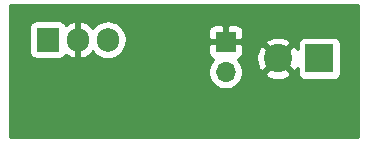
<source format=gbr>
G04 #@! TF.GenerationSoftware,KiCad,Pcbnew,(5.1.8)-1*
G04 #@! TF.CreationDate,2021-02-01T15:11:16-08:00*
G04 #@! TF.ProjectId,Modular_single_driver_Regulator,4d6f6475-6c61-4725-9f73-696e676c655f,rev?*
G04 #@! TF.SameCoordinates,Original*
G04 #@! TF.FileFunction,Copper,L2,Bot*
G04 #@! TF.FilePolarity,Positive*
%FSLAX46Y46*%
G04 Gerber Fmt 4.6, Leading zero omitted, Abs format (unit mm)*
G04 Created by KiCad (PCBNEW (5.1.8)-1) date 2021-02-01 15:11:16*
%MOMM*%
%LPD*%
G01*
G04 APERTURE LIST*
G04 #@! TA.AperFunction,ComponentPad*
%ADD10R,2.400000X2.400000*%
G04 #@! TD*
G04 #@! TA.AperFunction,ComponentPad*
%ADD11C,2.400000*%
G04 #@! TD*
G04 #@! TA.AperFunction,ComponentPad*
%ADD12O,1.700000X1.700000*%
G04 #@! TD*
G04 #@! TA.AperFunction,ComponentPad*
%ADD13R,1.700000X1.700000*%
G04 #@! TD*
G04 #@! TA.AperFunction,ComponentPad*
%ADD14R,1.905000X2.000000*%
G04 #@! TD*
G04 #@! TA.AperFunction,ComponentPad*
%ADD15O,1.905000X2.000000*%
G04 #@! TD*
G04 #@! TA.AperFunction,ViaPad*
%ADD16C,0.800000*%
G04 #@! TD*
G04 #@! TA.AperFunction,Conductor*
%ADD17C,0.254000*%
G04 #@! TD*
G04 #@! TA.AperFunction,Conductor*
%ADD18C,0.100000*%
G04 #@! TD*
G04 APERTURE END LIST*
D10*
X179959000Y-113220500D03*
D11*
X176459000Y-113220500D03*
D12*
X172021500Y-114363500D03*
D13*
X172021500Y-111823500D03*
D14*
X156972000Y-111633000D03*
D15*
X159512000Y-111633000D03*
X162052000Y-111633000D03*
D16*
X169418000Y-115443000D03*
X164465000Y-114300000D03*
X160401000Y-115570000D03*
X155067000Y-115824000D03*
D17*
X183197500Y-119888000D02*
X153797000Y-119888000D01*
X153797000Y-110633000D01*
X155381428Y-110633000D01*
X155381428Y-112633000D01*
X155393688Y-112757482D01*
X155429998Y-112877180D01*
X155488963Y-112987494D01*
X155568315Y-113084185D01*
X155665006Y-113163537D01*
X155775320Y-113222502D01*
X155895018Y-113258812D01*
X156019500Y-113271072D01*
X157924500Y-113271072D01*
X158048982Y-113258812D01*
X158168680Y-113222502D01*
X158278994Y-113163537D01*
X158375685Y-113084185D01*
X158455037Y-112987494D01*
X158504059Y-112895781D01*
X158645077Y-113008969D01*
X158920906Y-113152571D01*
X159139020Y-113223563D01*
X159385000Y-113103594D01*
X159385000Y-111760000D01*
X159365000Y-111760000D01*
X159365000Y-111506000D01*
X159385000Y-111506000D01*
X159385000Y-110162406D01*
X159639000Y-110162406D01*
X159639000Y-111506000D01*
X159659000Y-111506000D01*
X159659000Y-111760000D01*
X159639000Y-111760000D01*
X159639000Y-113103594D01*
X159884980Y-113223563D01*
X160103094Y-113152571D01*
X160378923Y-113008969D01*
X160621437Y-112814315D01*
X160776837Y-112629101D01*
X160924037Y-112808463D01*
X161165766Y-113006845D01*
X161441552Y-113154255D01*
X161740797Y-113245030D01*
X162052000Y-113275681D01*
X162363204Y-113245030D01*
X162662449Y-113154255D01*
X162938235Y-113006845D01*
X163179963Y-112808463D01*
X163290724Y-112673500D01*
X170533428Y-112673500D01*
X170545688Y-112797982D01*
X170581998Y-112917680D01*
X170640963Y-113027994D01*
X170720315Y-113124685D01*
X170817006Y-113204037D01*
X170927320Y-113263002D01*
X170999880Y-113285013D01*
X170868025Y-113416868D01*
X170705510Y-113660089D01*
X170593568Y-113930342D01*
X170536500Y-114217240D01*
X170536500Y-114509760D01*
X170593568Y-114796658D01*
X170705510Y-115066911D01*
X170868025Y-115310132D01*
X171074868Y-115516975D01*
X171318089Y-115679490D01*
X171588342Y-115791432D01*
X171875240Y-115848500D01*
X172167760Y-115848500D01*
X172454658Y-115791432D01*
X172724911Y-115679490D01*
X172968132Y-115516975D01*
X173174975Y-115310132D01*
X173337490Y-115066911D01*
X173449432Y-114796658D01*
X173506500Y-114509760D01*
X173506500Y-114498480D01*
X175360626Y-114498480D01*
X175480514Y-114783336D01*
X175804210Y-114944199D01*
X176153069Y-115038822D01*
X176513684Y-115063567D01*
X176872198Y-115017485D01*
X177214833Y-114902346D01*
X177437486Y-114783336D01*
X177557374Y-114498480D01*
X176459000Y-113400105D01*
X175360626Y-114498480D01*
X173506500Y-114498480D01*
X173506500Y-114217240D01*
X173449432Y-113930342D01*
X173337490Y-113660089D01*
X173174975Y-113416868D01*
X173043120Y-113285013D01*
X173075521Y-113275184D01*
X174615933Y-113275184D01*
X174662015Y-113633698D01*
X174777154Y-113976333D01*
X174896164Y-114198986D01*
X175181020Y-114318874D01*
X176279395Y-113220500D01*
X176638605Y-113220500D01*
X177736980Y-114318874D01*
X178021836Y-114198986D01*
X178120928Y-113999588D01*
X178120928Y-114420500D01*
X178133188Y-114544982D01*
X178169498Y-114664680D01*
X178228463Y-114774994D01*
X178307815Y-114871685D01*
X178404506Y-114951037D01*
X178514820Y-115010002D01*
X178634518Y-115046312D01*
X178759000Y-115058572D01*
X181159000Y-115058572D01*
X181283482Y-115046312D01*
X181403180Y-115010002D01*
X181513494Y-114951037D01*
X181610185Y-114871685D01*
X181689537Y-114774994D01*
X181748502Y-114664680D01*
X181784812Y-114544982D01*
X181797072Y-114420500D01*
X181797072Y-112020500D01*
X181784812Y-111896018D01*
X181748502Y-111776320D01*
X181689537Y-111666006D01*
X181610185Y-111569315D01*
X181513494Y-111489963D01*
X181403180Y-111430998D01*
X181283482Y-111394688D01*
X181159000Y-111382428D01*
X178759000Y-111382428D01*
X178634518Y-111394688D01*
X178514820Y-111430998D01*
X178404506Y-111489963D01*
X178307815Y-111569315D01*
X178228463Y-111666006D01*
X178169498Y-111776320D01*
X178133188Y-111896018D01*
X178120928Y-112020500D01*
X178120928Y-112427403D01*
X178021836Y-112242014D01*
X177736980Y-112122126D01*
X176638605Y-113220500D01*
X176279395Y-113220500D01*
X175181020Y-112122126D01*
X174896164Y-112242014D01*
X174735301Y-112565710D01*
X174640678Y-112914569D01*
X174615933Y-113275184D01*
X173075521Y-113275184D01*
X173115680Y-113263002D01*
X173225994Y-113204037D01*
X173322685Y-113124685D01*
X173402037Y-113027994D01*
X173461002Y-112917680D01*
X173497312Y-112797982D01*
X173509572Y-112673500D01*
X173506500Y-112109250D01*
X173347750Y-111950500D01*
X172148500Y-111950500D01*
X172148500Y-111970500D01*
X171894500Y-111970500D01*
X171894500Y-111950500D01*
X170695250Y-111950500D01*
X170536500Y-112109250D01*
X170533428Y-112673500D01*
X163290724Y-112673500D01*
X163378345Y-112566734D01*
X163525755Y-112290948D01*
X163616530Y-111991703D01*
X163621374Y-111942520D01*
X175360626Y-111942520D01*
X176459000Y-113040895D01*
X177557374Y-111942520D01*
X177437486Y-111657664D01*
X177113790Y-111496801D01*
X176764931Y-111402178D01*
X176404316Y-111377433D01*
X176045802Y-111423515D01*
X175703167Y-111538654D01*
X175480514Y-111657664D01*
X175360626Y-111942520D01*
X163621374Y-111942520D01*
X163639500Y-111758485D01*
X163639500Y-111507514D01*
X163616530Y-111274296D01*
X163525755Y-110975051D01*
X163524926Y-110973500D01*
X170533428Y-110973500D01*
X170536500Y-111537750D01*
X170695250Y-111696500D01*
X171894500Y-111696500D01*
X171894500Y-110497250D01*
X172148500Y-110497250D01*
X172148500Y-111696500D01*
X173347750Y-111696500D01*
X173506500Y-111537750D01*
X173509572Y-110973500D01*
X173497312Y-110849018D01*
X173461002Y-110729320D01*
X173402037Y-110619006D01*
X173322685Y-110522315D01*
X173225994Y-110442963D01*
X173115680Y-110383998D01*
X172995982Y-110347688D01*
X172871500Y-110335428D01*
X172307250Y-110338500D01*
X172148500Y-110497250D01*
X171894500Y-110497250D01*
X171735750Y-110338500D01*
X171171500Y-110335428D01*
X171047018Y-110347688D01*
X170927320Y-110383998D01*
X170817006Y-110442963D01*
X170720315Y-110522315D01*
X170640963Y-110619006D01*
X170581998Y-110729320D01*
X170545688Y-110849018D01*
X170533428Y-110973500D01*
X163524926Y-110973500D01*
X163378345Y-110699265D01*
X163179963Y-110457537D01*
X162938234Y-110259155D01*
X162662448Y-110111745D01*
X162363203Y-110020970D01*
X162052000Y-109990319D01*
X161740796Y-110020970D01*
X161441551Y-110111745D01*
X161165765Y-110259155D01*
X160924037Y-110457537D01*
X160776838Y-110636900D01*
X160621437Y-110451685D01*
X160378923Y-110257031D01*
X160103094Y-110113429D01*
X159884980Y-110042437D01*
X159639000Y-110162406D01*
X159385000Y-110162406D01*
X159139020Y-110042437D01*
X158920906Y-110113429D01*
X158645077Y-110257031D01*
X158504059Y-110370219D01*
X158455037Y-110278506D01*
X158375685Y-110181815D01*
X158278994Y-110102463D01*
X158168680Y-110043498D01*
X158048982Y-110007188D01*
X157924500Y-109994928D01*
X156019500Y-109994928D01*
X155895018Y-110007188D01*
X155775320Y-110043498D01*
X155665006Y-110102463D01*
X155568315Y-110181815D01*
X155488963Y-110278506D01*
X155429998Y-110388820D01*
X155393688Y-110508518D01*
X155381428Y-110633000D01*
X153797000Y-110633000D01*
X153797000Y-108712000D01*
X183197500Y-108712000D01*
X183197500Y-119888000D01*
G04 #@! TA.AperFunction,Conductor*
D18*
G36*
X183197500Y-119888000D02*
G01*
X153797000Y-119888000D01*
X153797000Y-110633000D01*
X155381428Y-110633000D01*
X155381428Y-112633000D01*
X155393688Y-112757482D01*
X155429998Y-112877180D01*
X155488963Y-112987494D01*
X155568315Y-113084185D01*
X155665006Y-113163537D01*
X155775320Y-113222502D01*
X155895018Y-113258812D01*
X156019500Y-113271072D01*
X157924500Y-113271072D01*
X158048982Y-113258812D01*
X158168680Y-113222502D01*
X158278994Y-113163537D01*
X158375685Y-113084185D01*
X158455037Y-112987494D01*
X158504059Y-112895781D01*
X158645077Y-113008969D01*
X158920906Y-113152571D01*
X159139020Y-113223563D01*
X159385000Y-113103594D01*
X159385000Y-111760000D01*
X159365000Y-111760000D01*
X159365000Y-111506000D01*
X159385000Y-111506000D01*
X159385000Y-110162406D01*
X159639000Y-110162406D01*
X159639000Y-111506000D01*
X159659000Y-111506000D01*
X159659000Y-111760000D01*
X159639000Y-111760000D01*
X159639000Y-113103594D01*
X159884980Y-113223563D01*
X160103094Y-113152571D01*
X160378923Y-113008969D01*
X160621437Y-112814315D01*
X160776837Y-112629101D01*
X160924037Y-112808463D01*
X161165766Y-113006845D01*
X161441552Y-113154255D01*
X161740797Y-113245030D01*
X162052000Y-113275681D01*
X162363204Y-113245030D01*
X162662449Y-113154255D01*
X162938235Y-113006845D01*
X163179963Y-112808463D01*
X163290724Y-112673500D01*
X170533428Y-112673500D01*
X170545688Y-112797982D01*
X170581998Y-112917680D01*
X170640963Y-113027994D01*
X170720315Y-113124685D01*
X170817006Y-113204037D01*
X170927320Y-113263002D01*
X170999880Y-113285013D01*
X170868025Y-113416868D01*
X170705510Y-113660089D01*
X170593568Y-113930342D01*
X170536500Y-114217240D01*
X170536500Y-114509760D01*
X170593568Y-114796658D01*
X170705510Y-115066911D01*
X170868025Y-115310132D01*
X171074868Y-115516975D01*
X171318089Y-115679490D01*
X171588342Y-115791432D01*
X171875240Y-115848500D01*
X172167760Y-115848500D01*
X172454658Y-115791432D01*
X172724911Y-115679490D01*
X172968132Y-115516975D01*
X173174975Y-115310132D01*
X173337490Y-115066911D01*
X173449432Y-114796658D01*
X173506500Y-114509760D01*
X173506500Y-114498480D01*
X175360626Y-114498480D01*
X175480514Y-114783336D01*
X175804210Y-114944199D01*
X176153069Y-115038822D01*
X176513684Y-115063567D01*
X176872198Y-115017485D01*
X177214833Y-114902346D01*
X177437486Y-114783336D01*
X177557374Y-114498480D01*
X176459000Y-113400105D01*
X175360626Y-114498480D01*
X173506500Y-114498480D01*
X173506500Y-114217240D01*
X173449432Y-113930342D01*
X173337490Y-113660089D01*
X173174975Y-113416868D01*
X173043120Y-113285013D01*
X173075521Y-113275184D01*
X174615933Y-113275184D01*
X174662015Y-113633698D01*
X174777154Y-113976333D01*
X174896164Y-114198986D01*
X175181020Y-114318874D01*
X176279395Y-113220500D01*
X176638605Y-113220500D01*
X177736980Y-114318874D01*
X178021836Y-114198986D01*
X178120928Y-113999588D01*
X178120928Y-114420500D01*
X178133188Y-114544982D01*
X178169498Y-114664680D01*
X178228463Y-114774994D01*
X178307815Y-114871685D01*
X178404506Y-114951037D01*
X178514820Y-115010002D01*
X178634518Y-115046312D01*
X178759000Y-115058572D01*
X181159000Y-115058572D01*
X181283482Y-115046312D01*
X181403180Y-115010002D01*
X181513494Y-114951037D01*
X181610185Y-114871685D01*
X181689537Y-114774994D01*
X181748502Y-114664680D01*
X181784812Y-114544982D01*
X181797072Y-114420500D01*
X181797072Y-112020500D01*
X181784812Y-111896018D01*
X181748502Y-111776320D01*
X181689537Y-111666006D01*
X181610185Y-111569315D01*
X181513494Y-111489963D01*
X181403180Y-111430998D01*
X181283482Y-111394688D01*
X181159000Y-111382428D01*
X178759000Y-111382428D01*
X178634518Y-111394688D01*
X178514820Y-111430998D01*
X178404506Y-111489963D01*
X178307815Y-111569315D01*
X178228463Y-111666006D01*
X178169498Y-111776320D01*
X178133188Y-111896018D01*
X178120928Y-112020500D01*
X178120928Y-112427403D01*
X178021836Y-112242014D01*
X177736980Y-112122126D01*
X176638605Y-113220500D01*
X176279395Y-113220500D01*
X175181020Y-112122126D01*
X174896164Y-112242014D01*
X174735301Y-112565710D01*
X174640678Y-112914569D01*
X174615933Y-113275184D01*
X173075521Y-113275184D01*
X173115680Y-113263002D01*
X173225994Y-113204037D01*
X173322685Y-113124685D01*
X173402037Y-113027994D01*
X173461002Y-112917680D01*
X173497312Y-112797982D01*
X173509572Y-112673500D01*
X173506500Y-112109250D01*
X173347750Y-111950500D01*
X172148500Y-111950500D01*
X172148500Y-111970500D01*
X171894500Y-111970500D01*
X171894500Y-111950500D01*
X170695250Y-111950500D01*
X170536500Y-112109250D01*
X170533428Y-112673500D01*
X163290724Y-112673500D01*
X163378345Y-112566734D01*
X163525755Y-112290948D01*
X163616530Y-111991703D01*
X163621374Y-111942520D01*
X175360626Y-111942520D01*
X176459000Y-113040895D01*
X177557374Y-111942520D01*
X177437486Y-111657664D01*
X177113790Y-111496801D01*
X176764931Y-111402178D01*
X176404316Y-111377433D01*
X176045802Y-111423515D01*
X175703167Y-111538654D01*
X175480514Y-111657664D01*
X175360626Y-111942520D01*
X163621374Y-111942520D01*
X163639500Y-111758485D01*
X163639500Y-111507514D01*
X163616530Y-111274296D01*
X163525755Y-110975051D01*
X163524926Y-110973500D01*
X170533428Y-110973500D01*
X170536500Y-111537750D01*
X170695250Y-111696500D01*
X171894500Y-111696500D01*
X171894500Y-110497250D01*
X172148500Y-110497250D01*
X172148500Y-111696500D01*
X173347750Y-111696500D01*
X173506500Y-111537750D01*
X173509572Y-110973500D01*
X173497312Y-110849018D01*
X173461002Y-110729320D01*
X173402037Y-110619006D01*
X173322685Y-110522315D01*
X173225994Y-110442963D01*
X173115680Y-110383998D01*
X172995982Y-110347688D01*
X172871500Y-110335428D01*
X172307250Y-110338500D01*
X172148500Y-110497250D01*
X171894500Y-110497250D01*
X171735750Y-110338500D01*
X171171500Y-110335428D01*
X171047018Y-110347688D01*
X170927320Y-110383998D01*
X170817006Y-110442963D01*
X170720315Y-110522315D01*
X170640963Y-110619006D01*
X170581998Y-110729320D01*
X170545688Y-110849018D01*
X170533428Y-110973500D01*
X163524926Y-110973500D01*
X163378345Y-110699265D01*
X163179963Y-110457537D01*
X162938234Y-110259155D01*
X162662448Y-110111745D01*
X162363203Y-110020970D01*
X162052000Y-109990319D01*
X161740796Y-110020970D01*
X161441551Y-110111745D01*
X161165765Y-110259155D01*
X160924037Y-110457537D01*
X160776838Y-110636900D01*
X160621437Y-110451685D01*
X160378923Y-110257031D01*
X160103094Y-110113429D01*
X159884980Y-110042437D01*
X159639000Y-110162406D01*
X159385000Y-110162406D01*
X159139020Y-110042437D01*
X158920906Y-110113429D01*
X158645077Y-110257031D01*
X158504059Y-110370219D01*
X158455037Y-110278506D01*
X158375685Y-110181815D01*
X158278994Y-110102463D01*
X158168680Y-110043498D01*
X158048982Y-110007188D01*
X157924500Y-109994928D01*
X156019500Y-109994928D01*
X155895018Y-110007188D01*
X155775320Y-110043498D01*
X155665006Y-110102463D01*
X155568315Y-110181815D01*
X155488963Y-110278506D01*
X155429998Y-110388820D01*
X155393688Y-110508518D01*
X155381428Y-110633000D01*
X153797000Y-110633000D01*
X153797000Y-108712000D01*
X183197500Y-108712000D01*
X183197500Y-119888000D01*
G37*
G04 #@! TD.AperFunction*
M02*

</source>
